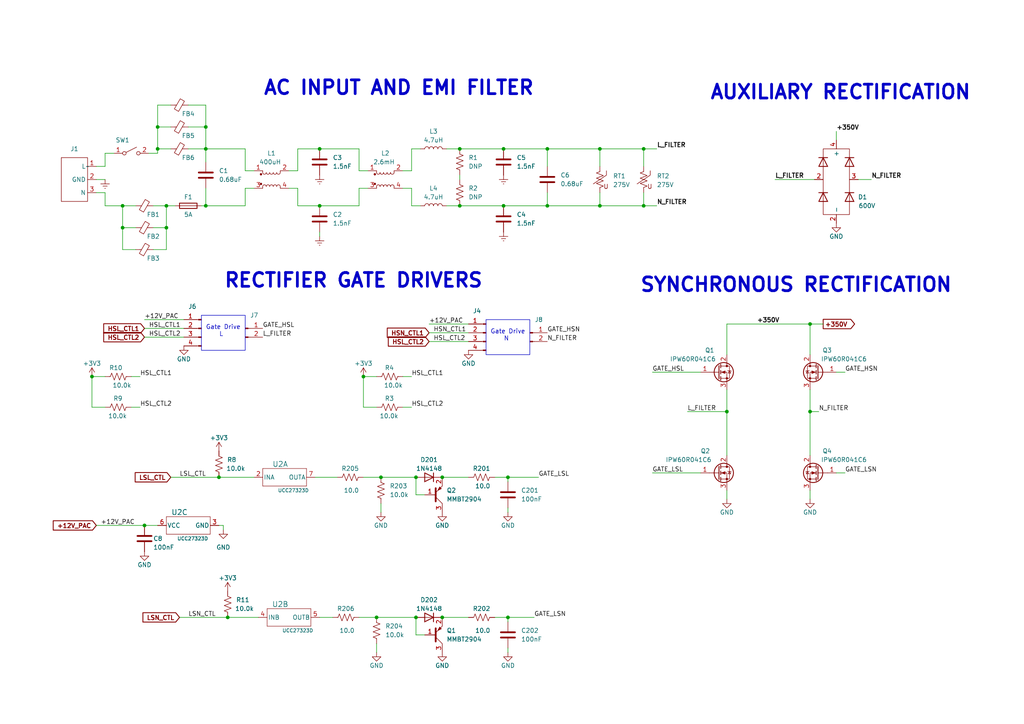
<source format=kicad_sch>
(kicad_sch (version 20230121) (generator eeschema)
  (paper "A4")
  (title_block (title "Full Bridge SMPS") (date "2023-12-03"))
  (lib_symbols
    (symbol "Connector:Conn_01x02_Male" (pin_names (offset 1.016) hide)
      (property "Reference" "J" (at 0 2.54 0))
      (property "Value" "Conn_01x02_Male" (at 0 -5.08 0))
      (symbol "Conn_01x02_Male_1_1"
        (polyline (pts (xy 1.27 -2.54) (xy 0.8636 -2.54)) (stroke (width 0.1524)))
        (polyline (pts (xy 1.27 0) (xy 0.8636 0)) (stroke (width 0.1524)))
        (rectangle (start 0.8636 -2.413) (end 0 -2.667) (stroke (width 0.1524)) (fill (type outline)))
        (rectangle (start 0.8636 0.127) (end 0 -0.127) (stroke (width 0.1524)) (fill (type outline)))
        (pin passive line (at 5.08 0 180) (length 3.81) (name "Pin_1") (number "1"))
        (pin passive line (at 5.08 -2.54 180) (length 3.81) (name "Pin_2") (number "2"))
      )
    )
    (symbol "Connector:Conn_01x04_Male" (pin_names (offset 1.016) hide)
      (property "Reference" "J" (at 0 5.08 0))
      (property "Value" "Conn_01x04_Male" (at 0 -7.62 0))
      (symbol "Conn_01x04_Male_1_1"
        (polyline (pts (xy 1.27 -5.08) (xy 0.8636 -5.08)) (stroke (width 0.1524)))
        (polyline (pts (xy 1.27 -2.54) (xy 0.8636 -2.54)) (stroke (width 0.1524)))
        (polyline (pts (xy 1.27 0) (xy 0.8636 0)) (stroke (width 0.1524)))
        (polyline (pts (xy 1.27 2.54) (xy 0.8636 2.54)) (stroke (width 0.1524)))
        (rectangle (start 0.8636 -4.953) (end 0 -5.207) (stroke (width 0.1524)) (fill (type outline)))
        (rectangle (start 0.8636 -2.413) (end 0 -2.667) (stroke (width 0.1524)) (fill (type outline)))
        (rectangle (start 0.8636 0.127) (end 0 -0.127) (stroke (width 0.1524)) (fill (type outline)))
        (rectangle (start 0.8636 2.667) (end 0 2.413) (stroke (width 0.1524)) (fill (type outline)))
        (pin passive line (at 5.08 2.54 180) (length 3.81) (name "Pin_1") (number "1"))
        (pin passive line (at 5.08 0 180) (length 3.81) (name "Pin_2") (number "2"))
        (pin passive line (at 5.08 -2.54 180) (length 3.81) (name "Pin_3") (number "3"))
        (pin passive line (at 5.08 -5.08 180) (length 3.81) (name "Pin_4") (number "4"))
      )
    )
    (symbol "Device:C" (pin_numbers hide) (pin_names (offset 0.254))
      (property "Reference" "C" (at 0.635 2.54 0))
      (property "Value" "C" (at 0.635 -2.54 0))
      (symbol "C_0_1"
        (polyline (pts (xy -2.032 -0.762) (xy 2.032 -0.762)) (stroke (width 0.508)))
        (polyline (pts (xy -2.032 0.762) (xy 2.032 0.762)) (stroke (width 0.508)))
      )
      (symbol "C_1_1"
        (pin passive line (at 0 3.81 270) (length 2.794) (name "~") (number "1"))
        (pin passive line (at 0 -3.81 90) (length 2.794) (name "~") (number "2"))
      )
    )
    (symbol "Device:D" (pin_numbers hide) (pin_names (offset 1.016) hide)
      (property "Reference" "D" (at 0 2.54 0))
      (property "Value" "D" (at 0 -2.54 0))
      (symbol "D_0_1"
        (polyline (pts (xy -1.27 1.27) (xy -1.27 -1.27)) (stroke (width 0.254)))
        (polyline (pts (xy 1.27 0) (xy -1.27 0)))
        (polyline (pts (xy 1.27 1.27) (xy 1.27 -1.27) (xy -1.27 0) (xy 1.27 1.27)) (stroke (width 0.254)))
      )
      (symbol "D_1_1"
        (pin passive line (at -3.81 0 0) (length 2.54) (name "K") (number "1"))
        (pin passive line (at 3.81 0 180) (length 2.54) (name "A") (number "2"))
      )
    )
    (symbol "Device:FerriteBead_Small" (pin_numbers hide) (pin_names (offset 0))
      (property "Reference" "FB" (at 1.905 1.27 0))
      (property "Value" "FerriteBead_Small" (at 1.905 -1.27 0))
      (symbol "FerriteBead_Small_0_1"
        (polyline (pts (xy 0 -1.27) (xy 0 -0.7874)))
        (polyline (pts (xy 0 0.889) (xy 0 1.2954)))
        (polyline (pts (xy -1.8288 0.2794) (xy -1.1176 1.4986) (xy 1.8288 -0.2032) (xy 1.1176 -1.4224) (xy -1.8288 0.2794)))
      )
      (symbol "FerriteBead_Small_1_1"
        (pin passive line (at 0 2.54 270) (length 1.27) (name "~") (number "1"))
        (pin passive line (at 0 -2.54 90) (length 1.27) (name "~") (number "2"))
      )
    )
    (symbol "Device:Fuse" (pin_numbers hide) (pin_names (offset 0))
      (property "Reference" "F" (at 2.032 0 90))
      (property "Value" "Fuse" (at -1.905 0 90))
      (symbol "Fuse_0_1"
        (rectangle (start -0.762 -2.54) (end 0.762 2.54) (stroke (width 0.254)))
        (polyline (pts (xy 0 2.54) (xy 0 -2.54)))
      )
      (symbol "Fuse_1_1"
        (pin passive line (at 0 3.81 270) (length 1.27) (name "~") (number "1"))
        (pin passive line (at 0 -3.81 90) (length 1.27) (name "~") (number "2"))
      )
    )
    (symbol "Device:L" (pin_numbers hide) (pin_names (offset 1.016) hide)
      (property "Reference" "L" (at -1.27 0 90))
      (property "Value" "L" (at 1.905 0 90))
      (symbol "L_0_1"
        (arc (start 0 -2.54) (mid 0.6323 -1.905) (end 0 -1.27))
        (arc (start 0 -1.27) (mid 0.6323 -0.635) (end 0 0))
        (arc (start 0 0) (mid 0.6323 0.635) (end 0 1.27))
        (arc (start 0 1.27) (mid 0.6323 1.905) (end 0 2.54))
      )
      (symbol "L_1_1"
        (pin passive line (at 0 3.81 270) (length 1.27) (name "1") (number "1"))
        (pin passive line (at 0 -3.81 90) (length 1.27) (name "2") (number "2"))
      )
    )
    (symbol "Device:L_Coupled" (pin_names (offset 0.254) hide)
      (property "Reference" "L" (at 0 4.445 0))
      (property "Value" "L_Coupled" (at 0 -4.445 0))
      (symbol "L_Coupled_0_1"
        (circle (center -3.048 -1.27) (radius 0.254) (fill (type outline)))
        (circle (center -3.048 1.524) (radius 0.254) (fill (type outline)))
        (arc (start -2.54 2.032) (mid -2.032 1.5262) (end -1.524 2.032))
        (arc (start -1.524 -2.032) (mid -2.032 -1.5262) (end -2.54 -2.032))
        (arc (start -1.524 2.032) (mid -1.016 1.5262) (end -0.508 2.032))
        (arc (start -0.508 -2.032) (mid -1.016 -1.5262) (end -1.524 -2.032))
        (arc (start -0.508 2.032) (mid 0 1.5262) (end 0.508 2.032))
        (polyline (pts (xy -2.54 -2.032) (xy -2.54 -2.54)))
        (polyline (pts (xy -2.54 2.032) (xy -2.54 2.54)))
        (polyline (pts (xy 2.54 -2.032) (xy 2.54 -2.54)))
        (polyline (pts (xy 2.54 2.54) (xy 2.54 2.032)))
        (arc (start 0.508 -2.032) (mid 0 -1.5262) (end -0.508 -2.032))
        (arc (start 0.508 2.032) (mid 1.016 1.5262) (end 1.524 2.032))
        (arc (start 1.524 -2.032) (mid 1.016 -1.5262) (end 0.508 -2.032))
        (arc (start 1.524 2.032) (mid 2.032 1.5262) (end 2.54 2.032))
        (arc (start 2.54 -2.032) (mid 2.032 -1.5262) (end 1.524 -2.032))
      )
      (symbol "L_Coupled_1_1"
        (pin passive line (at -5.08 2.54 0) (length 2.54) (name "1") (number "1"))
        (pin passive line (at 5.08 2.54 180) (length 2.54) (name "2") (number "2"))
        (pin passive line (at -5.08 -2.54 0) (length 2.54) (name "3") (number "3"))
        (pin passive line (at 5.08 -2.54 180) (length 2.54) (name "4") (number "4"))
      )
    )
    (symbol "Device:R_US" (pin_numbers hide) (pin_names (offset 0))
      (property "Reference" "R" (at 2.54 0 90))
      (property "Value" "R_US" (at -2.54 0 90))
      (symbol "R_US_0_1"
        (polyline (pts (xy 0 -2.286) (xy 0 -2.54)))
        (polyline (pts (xy 0 2.286) (xy 0 2.54)))
        (polyline (pts (xy 0 -0.762) (xy 1.016 -1.143) (xy 0 -1.524) (xy -1.016 -1.905) (xy 0 -2.286)))
        (polyline (pts (xy 0 0.762) (xy 1.016 0.381) (xy 0 0) (xy -1.016 -0.381) (xy 0 -0.762)))
        (polyline (pts (xy 0 2.286) (xy 1.016 1.905) (xy 0 1.524) (xy -1.016 1.143) (xy 0 0.762)))
      )
      (symbol "R_US_1_1"
        (pin passive line (at 0 3.81 270) (length 1.27) (name "~") (number "1"))
        (pin passive line (at 0 -3.81 90) (length 1.27) (name "~") (number "2"))
      )
    )
    (symbol "Device:Varistor_US" (pin_numbers hide) (pin_names (offset 0))
      (property "Reference" "RV" (at 3.175 0 90))
      (property "Value" "Varistor_US" (at -3.175 0 90))
      (symbol "Varistor_US_0_0"
        (text "U" (at -1.778 -2.032 0) (effects (font (size 1.27 1.27))))
      )
      (symbol "Varistor_US_0_1"
        (polyline (pts (xy 0 -2.286) (xy 0 -2.54)))
        (polyline (pts (xy 0 2.286) (xy 0 2.54)))
        (polyline (pts (xy -1.905 2.54) (xy -1.905 1.27) (xy 1.905 -1.27)))
        (polyline (pts (xy 0 -0.762) (xy 1.016 -1.143) (xy 0 -1.524) (xy -1.016 -1.905) (xy 0 -2.286)))
        (polyline (pts (xy 0 0.762) (xy 1.016 0.381) (xy 0 0) (xy -1.016 -0.381) (xy 0 -0.762)))
        (polyline (pts (xy 0 2.286) (xy 1.016 1.905) (xy 0 1.524) (xy -1.016 1.143) (xy 0 0.762)))
      )
      (symbol "Varistor_US_1_1"
        (pin passive line (at 0 3.81 270) (length 1.27) (name "~") (number "1"))
        (pin passive line (at 0 -3.81 90) (length 1.27) (name "~") (number "2"))
      )
    )
    (symbol "Switch:SW_SPST" (pin_names (offset 0) hide)
      (property "Reference" "SW" (at 0 3.175 0))
      (property "Value" "SW_SPST" (at 0 -2.54 0))
      (symbol "SW_SPST_0_0"
        (circle (center -2.032 0) (radius 0.508))
        (polyline (pts (xy -1.524 0.254) (xy 1.524 1.778)))
        (circle (center 2.032 0) (radius 0.508))
      )
      (symbol "SW_SPST_1_1"
        (pin passive line (at -5.08 0 0) (length 2.54) (name "A") (number "1"))
        (pin passive line (at 5.08 0 180) (length 2.54) (name "B") (number "2"))
      )
    )
    (symbol "UCC27323D_1" (pin_names (offset 0.254))
      (property "Reference" "U" (at 5.08 1.27 0))
      (property "Value" "UCC27323D" (at 11.43 -6.35 0))
      (symbol "UCC27323D_1_0_1"
        (polyline (pts (xy 2.54 -5.08) (xy 15.24 -5.08)) (stroke (width 0.127)))
        (polyline (pts (xy 2.54 0) (xy 2.54 -5.08)) (stroke (width 0.127)))
        (polyline (pts (xy 15.24 -5.08) (xy 15.24 0)) (stroke (width 0.127)))
        (polyline (pts (xy 15.24 0) (xy 2.54 0)) (stroke (width 0.127)))
      )
      (symbol "UCC27323D_1_1_1"
        (pin input line (at 0 -2.54 0) (length 2.54) (name "INB") (number "2"))
        (pin output line (at 17.78 -2.54 180) (length 2.54) (name "OUTB") (number "7"))
      )
      (symbol "UCC27323D_1_2_1"
        (pin input line (at 0 -2.54 0) (length 2.54) (name "INB") (number "4"))
        (pin output line (at 17.78 -2.54 180) (length 2.54) (name "OUTB") (number "5"))
      )
      (symbol "UCC27323D_1_3_1"
        (pin power_in line (at 17.78 -2.54 180) (length 2.54) (name "GND") (number "3"))
        (pin power_in line (at 0 -2.54 0) (length 2.54) (name "VCC") (number "6"))
      )
    )
    (symbol "fb_smps_symbols:703W-00/54_"
      (property "Reference" "J" (at 1.27 3.81 0))
      (symbol "703W-00/54__0_1"
        (rectangle (start 0 2.54) (end 7.62 -10.16))
      )
      (symbol "703W-00/54__1_1"
        (pin power_out line (at -2.54 0 0) (length 2.54) (name "L") (number "1"))
        (pin power_out line (at -2.54 -3.81 0) (length 2.54) (name "GND") (number "2"))
        (pin power_out line (at -2.54 -7.62 0) (length 2.54) (name "N") (number "3"))
      )
    )
    (symbol "fb_smps_symbols:GBU8J"
      (property "Reference" "D" (at 7.62 -5.08 0))
      (symbol "GBU8J_0_1"
        (polyline (pts (xy -3.81 -6.35) (xy -3.81 -3.81)))
        (polyline (pts (xy -3.81 -3.81) (xy -3.81 3.81)))
        (polyline (pts (xy -3.81 3.81) (xy -3.81 6.35)))
        (polyline (pts (xy -2.54 -3.81) (xy -5.08 -3.81)) (stroke (width 0.254)))
        (polyline (pts (xy -2.54 6.35) (xy -5.08 6.35)) (stroke (width 0.254)))
        (polyline (pts (xy 3.81 -6.35) (xy 3.81 -3.81)))
        (polyline (pts (xy 3.81 -3.81) (xy 3.81 3.81)))
        (polyline (pts (xy 3.81 3.81) (xy 3.81 6.35)))
        (polyline (pts (xy 5.08 -3.81) (xy 2.54 -3.81)) (stroke (width 0.254)))
        (polyline (pts (xy 5.08 6.35) (xy 2.54 6.35)) (stroke (width 0.254)))
        (polyline (pts (xy -3.81 -6.35) (xy -3.81 -10.16) (xy 3.81 -10.16) (xy 3.81 -6.35)))
        (polyline (pts (xy -2.54 -6.35) (xy -5.08 -6.35) (xy -3.81 -3.81) (xy -2.54 -6.35)) (stroke (width 0.254)))
        (polyline (pts (xy -2.54 3.81) (xy -5.08 3.81) (xy -3.81 6.35) (xy -2.54 3.81)) (stroke (width 0.254)))
        (polyline (pts (xy 3.81 6.35) (xy 3.81 8.89) (xy -3.81 8.89) (xy -3.81 6.35)))
        (polyline (pts (xy 5.08 -6.35) (xy 2.54 -6.35) (xy 3.81 -3.81) (xy 5.08 -6.35)) (stroke (width 0.254)))
        (polyline (pts (xy 5.08 3.81) (xy 2.54 3.81) (xy 3.81 6.35) (xy 5.08 3.81)) (stroke (width 0.254)))
      )
      (symbol "GBU8J_1_1"
        (pin passive line (at 0 -12.7 90) (length 2.54) (name "-") (number "2"))
        (pin passive line (at -6.35 0 0) (length 2.54) (name "~") (number "2"))
        (pin passive line (at 6.35 0 180) (length 2.54) (name "~") (number "3"))
        (pin passive line (at 0 11.43 270) (length 2.54) (name "+") (number "4"))
      )
    )
    (symbol "fb_smps_symbols:IPW60R041C6" (pin_names hide)
      (property "Reference" "Q" (at 5.08 1.905 0))
      (property "Value" "IPW60R041C6" (at 5.08 0 0))
      (symbol "IPW60R041C6_0_1"
        (polyline (pts (xy 0.254 0) (xy -2.54 0)))
        (polyline (pts (xy 0.254 1.905) (xy 0.254 -1.905)) (stroke (width 0.254)))
        (polyline (pts (xy 0.762 -1.27) (xy 0.762 -2.286)) (stroke (width 0.254)))
        (polyline (pts (xy 0.762 0.508) (xy 0.762 -0.508)) (stroke (width 0.254)))
        (polyline (pts (xy 0.762 2.286) (xy 0.762 1.27)) (stroke (width 0.254)))
        (polyline (pts (xy 2.54 2.54) (xy 2.54 1.778)))
        (polyline (pts (xy 2.54 -2.54) (xy 2.54 0) (xy 0.762 0)))
        (polyline (pts (xy 0.762 -1.778) (xy 3.302 -1.778) (xy 3.302 1.778) (xy 0.762 1.778)))
        (polyline (pts (xy 1.016 0) (xy 2.032 0.381) (xy 2.032 -0.381) (xy 1.016 0)) (fill (type outline)))
        (polyline (pts (xy 2.794 0.508) (xy 2.921 0.381) (xy 3.683 0.381) (xy 3.81 0.254)))
        (polyline (pts (xy 3.302 0.381) (xy 2.921 -0.254) (xy 3.683 -0.254) (xy 3.302 0.381)))
        (circle (center 1.651 0) (radius 2.794) (stroke (width 0.254)))
        (circle (center 2.54 -1.778) (radius 0.254) (fill (type outline)))
        (circle (center 2.54 1.778) (radius 0.254) (fill (type outline)))
      )
      (symbol "IPW60R041C6_1_1"
        (pin input line (at -5.08 0 0) (length 2.54) (name "G") (number "1"))
        (pin passive line (at 2.54 5.08 270) (length 2.54) (name "D") (number "2"))
        (pin passive line (at 2.54 -5.08 90) (length 2.54) (name "S") (number "3"))
      )
    )
    (symbol "fb_smps_symbols:MMBT2904" (pin_names (offset 0) hide)
      (property "Reference" "Q" (at 5.08 1.905 0))
      (property "Value" "MMBT2904" (at 5.08 0 0))
      (symbol "MMBT2904_0_1"
        (polyline (pts (xy 0.635 0.635) (xy 2.54 2.54)))
        (polyline (pts (xy 0.635 -0.635) (xy 2.54 -2.54) (xy 2.54 -2.54)))
        (polyline (pts (xy 0.635 1.905) (xy 0.635 -1.905) (xy 0.635 -1.905)) (stroke (width 0.508)))
        (polyline (pts (xy 2.286 -1.778) (xy 1.778 -2.286) (xy 1.27 -1.27) (xy 2.286 -1.778) (xy 2.286 -1.778)) (fill (type outline)))
      )
      (symbol "MMBT2904_1_1"
        (pin input line (at -2.54 0 0) (length 3) (name "B") (number "1"))
        (pin passive line (at 2.54 -5.08 90) (length 2.54) (name "E") (number "2"))
        (pin passive line (at 2.54 5.08 270) (length 2.54) (name "C") (number "3"))
      )
    )
    (symbol "fb_smps_symbols:UCC27323D" (pin_names (offset 0.254))
      (property "Reference" "U" (at 5.08 1.27 0))
      (property "Value" "UCC27323D" (at 11.43 -6.35 0))
      (symbol "UCC27323D_0_1"
        (polyline (pts (xy 2.54 -5.08) (xy 15.24 -5.08)) (stroke (width 0.127)))
        (polyline (pts (xy 2.54 0) (xy 2.54 -5.08)) (stroke (width 0.127)))
        (polyline (pts (xy 15.24 -5.08) (xy 15.24 0)) (stroke (width 0.127)))
        (polyline (pts (xy 15.24 0) (xy 2.54 0)) (stroke (width 0.127)))
      )
      (symbol "UCC27323D_1_1"
        (pin input line (at 0 -2.54 0) (length 2.54) (name "INA") (number "2"))
        (pin output line (at 17.78 -2.54 180) (length 2.54) (name "OUTA") (number "7"))
      )
      (symbol "UCC27323D_2_1"
        (pin input line (at 0 -2.54 0) (length 2.54) (name "INA") (number "4"))
        (pin output line (at 17.78 -2.54 180) (length 2.54) (name "OUTA") (number "5"))
      )
      (symbol "UCC27323D_3_1"
        (pin power_in line (at 17.78 -2.54 180) (length 2.54) (name "GND") (number "3"))
        (pin power_in line (at 0 -2.54 0) (length 2.54) (name "VCC") (number "6"))
      )
    )
    (symbol "power:+3.3V" (power) (pin_names (offset 0))
      (property "Value" "+3.3V" (at 0 3.556 0))
      (symbol "+3.3V_0_1"
        (polyline (pts (xy -0.762 1.27) (xy 0 2.54)))
        (polyline (pts (xy 0 0) (xy 0 2.54)))
        (polyline (pts (xy 0 2.54) (xy 0.762 1.27)))
      )
      (symbol "+3.3V_1_1"
        (pin power_in line (at 0 0 90) (length 0) hide (name "+3V3") (number "1"))
      )
    )
    (symbol "power:Earth" (power) (pin_names (offset 0))
      (symbol "Earth_0_1"
        (polyline (pts (xy -0.635 -1.905) (xy 0.635 -1.905)))
        (polyline (pts (xy -0.127 -2.54) (xy 0.127 -2.54)))
        (polyline (pts (xy 0 -1.27) (xy 0 0)))
        (polyline (pts (xy 1.27 -1.27) (xy -1.27 -1.27)))
      )
      (symbol "Earth_1_1"
        (pin power_in line (at 0 0 270) (length 0) hide (name "Earth") (number "1"))
      )
    )
    (symbol "power:GND" (power) (pin_names (offset 0))
      (property "Value" "GND" (at 0 -3.81 0))
      (symbol "GND_0_1"
        (polyline (pts (xy 0 0) (xy 0 -1.27) (xy 1.27 -1.27) (xy 0 -2.54) (xy -1.27 -1.27) (xy 0 -1.27)))
      )
      (symbol "GND_1_1"
        (pin power_in line (at 0 0 270) (length 0) hide (name "GND") (number "1"))
      )
    )
  )
  (junction (at 173.99 59.69))
  (junction (at 41.91 152.4))
  (junction (at 158.75 43.18))
  (junction (at 158.75 59.69))
  (junction (at 110.49 138.43))
  (junction (at 128.27 138.43))
  (junction (at 186.69 59.69))
  (junction (at 26.67 109.22))
  (junction (at 147.32 138.43))
  (junction (at 59.69 43.18))
  (junction (at 146.05 43.18))
  (junction (at 92.71 59.69))
  (junction (at 66.04 179.07))
  (junction (at 234.95 93.98))
  (junction (at 59.69 36.83))
  (junction (at 35.56 66.04))
  (junction (at 173.99 43.18))
  (junction (at 109.22 179.07))
  (junction (at 35.56 59.69))
  (junction (at 133.35 59.69))
  (junction (at 48.26 66.04))
  (junction (at 45.72 36.83))
  (junction (at 147.32 179.07))
  (junction (at 48.26 59.69))
  (junction (at 128.27 179.07))
  (junction (at 63.5 138.43))
  (junction (at 133.35 43.18))
  (junction (at 120.65 138.43))
  (junction (at 92.71 43.18))
  (junction (at 59.69 59.69))
  (junction (at 234.95 119.38))
  (junction (at 45.72 43.18))
  (junction (at 105.41 109.22))
  (junction (at 210.82 119.38))
  (junction (at 146.05 59.69))
  (junction (at 120.65 179.07))
  (junction (at 186.69 43.18))
  (wire (pts (xy 147.32 179.07) (xy 154.94 179.07)))
  (wire (pts (xy 119.38 59.69) (xy 121.92 59.69)))
  (wire (pts (xy 234.95 93.98) (xy 234.95 102.87)))
  (wire (pts (xy 173.99 59.69) (xy 173.99 55.88)))
  (wire (pts (xy 104.14 49.53) (xy 104.14 43.18)))
  (wire (pts (xy 30.48 59.69) (xy 35.56 59.69)))
  (wire (pts (xy 110.49 146.05) (xy 110.49 148.59)))
  (wire (pts (xy 45.72 36.83) (xy 49.53 36.83)))
  (wire (pts (xy 120.65 143.51) (xy 123.19 143.51)))
  (wire (pts (xy 133.35 43.18) (xy 146.05 43.18)))
  (wire (pts (xy 38.1 109.22) (xy 40.64 109.22)))
  (wire (pts (xy 45.72 30.48) (xy 45.72 36.83)))
  (wire (pts (xy 30.48 55.88) (xy 30.48 59.69)))
  (wire (pts (xy 116.84 54.61) (xy 119.38 54.61)))
  (wire (pts (xy 116.84 118.11) (xy 119.38 118.11)))
  (wire (pts (xy 71.12 59.69) (xy 71.12 54.61)))
  (wire (pts (xy 104.14 179.07) (xy 109.22 179.07)))
  (wire (pts (xy 92.71 43.18) (xy 104.14 43.18)))
  (wire (pts (xy 27.94 48.26) (xy 30.48 48.26)))
  (wire (pts (xy 71.12 54.61) (xy 73.66 54.61)))
  (wire (pts (xy 106.68 49.53) (xy 104.14 49.53)))
  (wire (pts (xy 120.65 184.15) (xy 120.65 179.07)))
  (wire (pts (xy 109.22 179.07) (xy 120.65 179.07)))
  (wire (pts (xy 41.91 152.4) (xy 45.72 152.4)))
  (wire (pts (xy 119.38 43.18) (xy 121.92 43.18)))
  (wire (pts (xy 66.04 179.07) (xy 74.93 179.07)))
  (wire (pts (xy 133.35 50.8) (xy 133.35 52.07)))
  (wire (pts (xy 71.12 43.18) (xy 59.69 43.18)))
  (wire (pts (xy 39.37 59.69) (xy 35.56 59.69)))
  (wire (pts (xy 86.36 49.53) (xy 86.36 43.18)))
  (wire (pts (xy 110.49 138.43) (xy 120.65 138.43)))
  (wire (pts (xy 92.71 67.31) (xy 92.71 68.58)))
  (wire (pts (xy 242.57 137.16) (xy 245.11 137.16)))
  (wire (pts (xy 104.14 54.61) (xy 106.68 54.61)))
  (wire (pts (xy 38.1 118.11) (xy 40.64 118.11)))
  (wire (pts (xy 73.66 49.53) (xy 71.12 49.53)))
  (wire (pts (xy 129.54 43.18) (xy 133.35 43.18)))
  (wire (pts (xy 52.07 179.07) (xy 66.04 179.07)))
  (wire (pts (xy 49.53 138.43) (xy 63.5 138.43)))
  (wire (pts (xy 86.36 43.18) (xy 92.71 43.18)))
  (wire (pts (xy 104.14 59.69) (xy 104.14 54.61)))
  (wire (pts (xy 48.26 72.39) (xy 48.26 66.04)))
  (wire (pts (xy 234.95 93.98) (xy 238.76 93.98)))
  (wire (pts (xy 58.42 59.69) (xy 59.69 59.69)))
  (wire (pts (xy 124.46 99.06) (xy 135.89 99.06)))
  (wire (pts (xy 43.18 44.45) (xy 45.72 44.45)))
  (wire (pts (xy 92.71 59.69) (xy 104.14 59.69)))
  (wire (pts (xy 41.91 95.25) (xy 53.34 95.25)))
  (wire (pts (xy 158.75 59.69) (xy 146.05 59.69)))
  (wire (pts (xy 147.32 148.59) (xy 147.32 147.32)))
  (wire (pts (xy 41.91 92.71) (xy 53.34 92.71)))
  (wire (pts (xy 147.32 138.43) (xy 156.21 138.43)))
  (wire (pts (xy 234.95 119.38) (xy 237.49 119.38)))
  (wire (pts (xy 54.61 30.48) (xy 59.69 30.48)))
  (wire (pts (xy 116.84 109.22) (xy 119.38 109.22)))
  (wire (pts (xy 35.56 66.04) (xy 39.37 66.04)))
  (wire (pts (xy 109.22 186.69) (xy 109.22 189.23)))
  (wire (pts (xy 48.26 59.69) (xy 48.26 66.04)))
  (wire (pts (xy 186.69 48.26) (xy 186.69 43.18)))
  (wire (pts (xy 158.75 55.88) (xy 158.75 59.69)))
  (wire (pts (xy 41.91 97.79) (xy 53.34 97.79)))
  (wire (pts (xy 224.79 52.07) (xy 236.22 52.07)))
  (wire (pts (xy 30.48 48.26) (xy 30.48 44.45)))
  (wire (pts (xy 27.94 52.07) (xy 30.48 52.07)))
  (wire (pts (xy 210.82 102.87) (xy 210.82 93.98)))
  (wire (pts (xy 120.65 143.51) (xy 120.65 138.43)))
  (wire (pts (xy 173.99 59.69) (xy 186.69 59.69)))
  (wire (pts (xy 44.45 72.39) (xy 48.26 72.39)))
  (wire (pts (xy 120.65 184.15) (xy 123.19 184.15)))
  (wire (pts (xy 109.22 118.11) (xy 105.41 118.11)))
  (wire (pts (xy 54.61 43.18) (xy 59.69 43.18)))
  (wire (pts (xy 210.82 119.38) (xy 210.82 132.08)))
  (wire (pts (xy 59.69 36.83) (xy 59.69 43.18)))
  (wire (pts (xy 91.44 138.43) (xy 97.79 138.43)))
  (wire (pts (xy 105.41 109.22) (xy 109.22 109.22)))
  (wire (pts (xy 234.95 142.24) (xy 234.95 144.78)))
  (wire (pts (xy 92.71 179.07) (xy 96.52 179.07)))
  (wire (pts (xy 59.69 59.69) (xy 71.12 59.69)))
  (wire (pts (xy 242.57 107.95) (xy 245.11 107.95)))
  (wire (pts (xy 105.41 138.43) (xy 110.49 138.43)))
  (wire (pts (xy 63.5 138.43) (xy 73.66 138.43)))
  (wire (pts (xy 30.48 44.45) (xy 33.02 44.45)))
  (wire (pts (xy 27.94 152.4) (xy 41.91 152.4)))
  (wire (pts (xy 26.67 118.11) (xy 26.67 109.22)))
  (wire (pts (xy 124.46 93.98) (xy 135.89 93.98)))
  (wire (pts (xy 35.56 59.69) (xy 35.56 66.04)))
  (wire (pts (xy 186.69 43.18) (xy 190.5 43.18)))
  (wire (pts (xy 105.41 118.11) (xy 105.41 109.22)))
  (wire (pts (xy 44.45 59.69) (xy 48.26 59.69)))
  (wire (pts (xy 173.99 43.18) (xy 158.75 43.18)))
  (wire (pts (xy 173.99 43.18) (xy 186.69 43.18)))
  (wire (pts (xy 45.72 36.83) (xy 45.72 43.18)))
  (wire (pts (xy 146.05 43.18) (xy 158.75 43.18)))
  (wire (pts (xy 86.36 59.69) (xy 86.36 54.61)))
  (wire (pts (xy 30.48 118.11) (xy 26.67 118.11)))
  (wire (pts (xy 63.5 152.4) (xy 64.77 152.4)))
  (wire (pts (xy 35.56 72.39) (xy 35.56 66.04)))
  (wire (pts (xy 210.82 93.98) (xy 234.95 93.98)))
  (wire (pts (xy 49.53 30.48) (xy 45.72 30.48)))
  (wire (pts (xy 83.82 54.61) (xy 86.36 54.61)))
  (wire (pts (xy 59.69 43.18) (xy 59.69 46.99)))
  (wire (pts (xy 64.77 153.67) (xy 64.77 152.4)))
  (wire (pts (xy 86.36 59.69) (xy 92.71 59.69)))
  (wire (pts (xy 158.75 43.18) (xy 158.75 48.26)))
  (wire (pts (xy 54.61 36.83) (xy 59.69 36.83)))
  (wire (pts (xy 45.72 43.18) (xy 49.53 43.18)))
  (wire (pts (xy 133.35 59.69) (xy 146.05 59.69)))
  (wire (pts (xy 147.32 179.07) (xy 147.32 180.34)))
  (wire (pts (xy 83.82 49.53) (xy 86.36 49.53)))
  (wire (pts (xy 45.72 43.18) (xy 45.72 44.45)))
  (wire (pts (xy 119.38 54.61) (xy 119.38 59.69)))
  (wire (pts (xy 186.69 59.69) (xy 186.69 55.88)))
  (wire (pts (xy 129.54 59.69) (xy 133.35 59.69)))
  (wire (pts (xy 242.57 38.1) (xy 242.57 40.64)))
  (wire (pts (xy 128.27 179.07) (xy 135.89 179.07)))
  (wire (pts (xy 189.23 137.16) (xy 203.2 137.16)))
  (wire (pts (xy 27.94 55.88) (xy 30.48 55.88)))
  (wire (pts (xy 234.95 113.03) (xy 234.95 119.38)))
  (wire (pts (xy 186.69 59.69) (xy 190.5 59.69)))
  (wire (pts (xy 128.27 138.43) (xy 135.89 138.43)))
  (wire (pts (xy 124.46 96.52) (xy 135.89 96.52)))
  (wire (pts (xy 234.95 119.38) (xy 234.95 132.08)))
  (wire (pts (xy 158.75 59.69) (xy 173.99 59.69)))
  (wire (pts (xy 147.32 189.23) (xy 147.32 187.96)))
  (wire (pts (xy 39.37 72.39) (xy 35.56 72.39)))
  (wire (pts (xy 189.23 107.95) (xy 203.2 107.95)))
  (wire (pts (xy 59.69 30.48) (xy 59.69 36.83)))
  (wire (pts (xy 59.69 54.61) (xy 59.69 59.69)))
  (wire (pts (xy 143.51 179.07) (xy 147.32 179.07)))
  (wire (pts (xy 26.67 109.22) (xy 30.48 109.22)))
  (wire (pts (xy 44.45 66.04) (xy 48.26 66.04)))
  (wire (pts (xy 210.82 142.24) (xy 210.82 144.78)))
  (wire (pts (xy 147.32 138.43) (xy 147.32 139.7)))
  (wire (pts (xy 116.84 49.53) (xy 119.38 49.53)))
  (wire (pts (xy 143.51 138.43) (xy 147.32 138.43)))
  (wire (pts (xy 199.39 119.38) (xy 210.82 119.38)))
  (wire (pts (xy 210.82 113.03) (xy 210.82 119.38)))
  (wire (pts (xy 173.99 43.18) (xy 173.99 48.26)))
  (wire (pts (xy 71.12 49.53) (xy 71.12 43.18)))
  (wire (pts (xy 48.26 59.69) (xy 50.8 59.69)))
  (wire (pts (xy 248.92 52.07) (xy 252.73 52.07)))
  (wire (pts (xy 119.38 49.53) (xy 119.38 43.18)))
  (rectangle (start 140.97 92.71) (end 153.67 102.87))
  (rectangle (start 58.42 91.44) (end 71.12 101.6))
  (text "RECTIFIER GATE DRIVERS" (at 64.77 83.82 0) (effects (font (size 4 4) (thickness 0.8) bold) (justify left bottom)))
  (text "Gate Drive\n    N" (at 142.24 99.06 0) (effects (font (size 1.27 1.27)) (justify left bottom)))
  (text "SYNCHRONOUS RECTIFICATION" (at 185.42 85.09 0) (effects (font (size 4 4) (thickness 0.8) bold) (justify left bottom)))
  (text "AUXILIARY RECTIFICATION\n" (at 205.74 29.21 0) (effects (font (size 4 4) (thickness 0.8) bold) (justify left bottom)))
  (text "AC INPUT AND EMI FILTER" (at 76.2 27.94 0) (effects (font (size 4 4) (thickness 0.8) bold) (justify left bottom)))
  (text "Gate Drive\n    L" (at 59.69 97.79 0) (effects (font (size 1.27 1.27)) (justify left bottom)))
  (label "+350V" (at 242.57 38.1 0) (effects (font bold)))
  (label "N_FILTER" (at 158.75 99.06 0))
  (label "HSN_CTL1" (at 125.73 96.52 0))
  (label "GATE_LSN" (at 245.11 137.16 0))
  (label "GATE_HSN" (at 158.75 96.52 0))
  (label "HSL_CTL1" (at 119.38 109.22 0))
  (label "L_FILTER" (at 190.5 43.18 0) (effects (font bold)))
  (label "HSL_CTL2" (at 40.64 118.11 0))
  (label "L_FILTER" (at 76.2 97.79 0))
  (label "GATE_HSL" (at 76.2 95.25 0))
  (label "HSL_CTL2" (at 43.18 97.79 0))
  (label "LSL_CTL" (at 52.07 138.43 0))
  (label "+350V" (at 219.5132 93.98 0) (effects (font bold)))
  (label "N_FILTER" (at 190.5 59.69 0) (effects (font bold)))
  (label "GATE_LSL" (at 189.23 137.16 0))
  (label "+12V_PAC" (at 124.46 93.98 0))
  (label "N_FILTER" (at 237.49 119.38 0))
  (label "+12V_PAC" (at 41.91 92.71 0))
  (label "GATE_LSL" (at 156.21 138.43 0))
  (label "HSL_CTL2" (at 125.73 99.06 0))
  (label "HSL_CTL2" (at 119.38 118.11 0))
  (label "GATE_HSL" (at 189.23 107.95 0))
  (label "HSL_CTL1" (at 40.64 109.22 0))
  (label "GATE_HSN" (at 245.11 107.95 0))
  (label "+12V_PAC" (at 29.21 152.4 0))
  (label "L_FILTER" (at 224.79 52.07 0) (effects (font bold)))
  (label "LSN_CTL" (at 54.61 179.07 0))
  (label "L_FILTER" (at 199.39 119.38 0))
  (label "HSL_CTL1" (at 43.18 95.25 0))
  (label "GATE_LSN" (at 154.94 179.07 0))
  (label "N_FILTER" (at 252.73 52.07 0) (effects (font bold)))
  (global_label "LSL_CTL" (shape input) (at 49.53 138.43 180) (effects (font bold)) (property "Intersheetrefs" "${INTERSHEET_REFS}" (effects hide)))
  (global_label "LSN_CTL" (shape input) (at 52.07 179.07 180) (effects (font bold)) (property "Intersheetrefs" "${INTERSHEET_REFS}" (effects hide)))
  (global_label "+350V" (shape output) (at 238.76 93.98 0) (effects (font bold)) (property "Intersheetrefs" "${INTERSHEET_REFS}" (effects hide)))
  (global_label "+12V_PAC" (shape input) (at 27.94 152.4 180) (effects (font bold)) (property "Intersheetrefs" "${INTERSHEET_REFS}" (effects hide)))
  (global_label "HSN_CTL1" (shape input) (at 124.46 96.52 180) (effects (font bold)) (property "Intersheetrefs" "${INTERSHEET_REFS}" (effects hide)))
  (global_label "HSL_CTL2" (shape input) (at 41.91 97.79 180) (effects (font bold)) (property "Intersheetrefs" "${INTERSHEET_REFS}" (effects hide)))
  (global_label "HSL_CTL2" (shape input) (at 124.46 99.06 180) (effects (font bold)) (property "Intersheetrefs" "${INTERSHEET_REFS}" (effects hide)))
  (global_label "HSL_CTL1" (shape input) (at 41.91 95.25 180) (effects (font bold)) (property "Intersheetrefs" "${INTERSHEET_REFS}" (effects hide)))
  (symbol (lib_id "power:GND") (at 53.34 100.33 0) (unit 1)
    (property "Reference" "#PWR08" (effects hide))
    (property "Value" "GND" (at 53.34 104.14 0))
    (instances (project "full_bridge_smps" (path "" (reference "#PWR08") (unit 1)) (path "" (reference "#PWR028") (unit 1))))
  )
  (symbol (lib_id "power:GND") (at 147.32 189.23 0) (unit 1)
    (property "Reference" "#PWR011" (effects hide))
    (property "Value" "GND" (at 147.32 193.04 0))
    (instances (project "full_bridge_smps" (path "" (reference "#PWR011") (unit 1)) (path "" (reference "#PWR021") (unit 1))))
  )
  (symbol (lib_id "Device:C") (at 146.05 46.99 0) (unit 1)
    (property "Reference" "C5" (at 149.86 45.72 0) (effects (justify left)))
    (property "Value" "1.5nF" (at 149.86 48.26 0) (effects (justify left)))
  )
  (symbol (lib_id "power:+3.3V") (at 66.04 171.45 0) (unit 1)
    (property "Reference" "#PWR010" (effects hide))
    (property "Value" "+3.3V" (at 66.04 167.64 0))
    (instances (project "full_bridge_smps" (path "" (reference "#PWR010") (unit 1)) (path "" (reference "#PWR021") (unit 1))))
  )
  (symbol (lib_id "Device:D") (at 124.46 138.43 180) (unit 1)
    (property "Reference" "D201" (at 124.46 133.35 0))
    (property "Value" "1N4148" (at 124.46 135.89 0))
  )
  (symbol (lib_id "Device:L") (at 125.73 59.69 90) (unit 1)
    (property "Reference" "L4" (at 125.73 54.61 90))
    (property "Value" "4.7uH" (at 125.73 57.15 90))
  )
  (symbol (lib_id "power:GND") (at 234.95 144.78 0) (unit 1)
    (property "Reference" "#PWR08" (effects hide))
    (property "Value" "GND" (at 234.95 148.59 0))
    (instances (project "full_bridge_smps" (path "" (reference "#PWR08") (unit 1)) (path "" (reference "#PWR015") (unit 1))))
  )
  (symbol (lib_name "UCC27323D_1") (lib_id "fb_smps_symbols:UCC27323D") (at 74.93 176.53 0) (unit 2)
    (property "Reference" "U2" (at 81.28 175.26 0) (effects (font (size 1.524 1.524))))
    (property "Value" "UCC27323D" (at 86.36 182.88 0) (effects (font (size 1 1))))
    (property "Footprint" "fb_smps_footprints:UCC27323D" (effects hide))
    (property "Datasheet" "UCC27323D" (effects hide))
  )
  (symbol (lib_id "power:Earth") (at 146.05 67.31 0) (unit 1)
    (property "Reference" "#PWR02" (effects hide))
    (property "Value" "Earth" (effects hide))
  )
  (symbol (lib_id "Device:R_US") (at 110.49 142.24 0) (unit 1)
    (property "Reference" "R203" (at 113.03 140.97 0) (effects (justify left)))
    (property "Value" "10.0k" (at 113.03 143.51 0) (effects (justify left)))
  )
  (symbol (lib_id "power:Earth") (at 92.71 68.58 0) (unit 1)
    (property "Reference" "#PWR04" (effects hide))
    (property "Value" "Earth" (effects hide))
  )
  (symbol (lib_id "Device:R_US") (at 63.5 134.62 180) (unit 1)
    (property "Reference" "R8" (at 68.58 133.35 0) (effects (justify left)))
    (property "Value" "10.0k" (at 71.12 135.89 0) (effects (justify left)))
  )
  (symbol (lib_id "Device:L") (at 125.73 43.18 90) (unit 1)
    (property "Reference" "L3" (at 125.73 38.1 90))
    (property "Value" "4.7uH" (at 125.73 40.64 90))
  )
  (symbol (lib_id "power:GND") (at 128.27 189.23 0) (unit 1)
    (property "Reference" "#PWR012" (effects hide))
    (property "Value" "GND" (at 128.27 193.04 0))
  )
  (symbol (lib_id "Device:R_US") (at 109.22 182.88 0) (unit 1)
    (property "Reference" "R204" (at 111.76 181.61 0) (effects (justify left)))
    (property "Value" "10.0k" (at 111.76 184.15 0) (effects (justify left)))
  )
  (symbol (lib_id "power:GND") (at 242.57 64.77 0) (unit 1)
    (property "Reference" "#PWR08" (effects hide))
    (property "Value" "GND" (at 242.57 68.58 0))
    (instances (project "full_bridge_smps" (path "" (reference "#PWR08") (unit 1)) (path "" (reference "#PWR016") (unit 1))))
  )
  (symbol (lib_id "Device:C") (at 92.71 63.5 0) (unit 1)
    (property "Reference" "C2" (at 96.52 62.23 0) (effects (justify left)))
    (property "Value" "1.5nF" (at 96.52 64.77 0) (effects (justify left)))
  )
  (symbol (lib_id "Device:C") (at 92.71 46.99 0) (unit 1)
    (property "Reference" "C3" (at 96.52 45.72 0) (effects (justify left)))
    (property "Value" "1.5nF" (at 96.52 48.26 0) (effects (justify left)))
  )
  (symbol (lib_id "Device:Fuse") (at 54.61 59.69 270) (unit 1)
    (property "Reference" "F1" (at 54.61 57.15 90))
    (property "Value" "Fuse" (effects hide))
    (property "Value" "5A" (at 54.61 62.23 90))
  )
  (symbol (lib_id "Connector:Conn_01x02_Male") (at 153.67 96.52 0) (unit 1)
    (property "Reference" "J8" (at 157.48 92.71 0) (effects (justify right)))
    (property "Value" "Conn_01x02_Male" (effects hide))
  )
  (symbol (lib_id "Device:C") (at 146.05 63.5 0) (unit 1)
    (property "Reference" "C4" (at 149.86 62.23 0) (effects (justify left)))
    (property "Value" "1.5nF" (at 149.86 64.77 0) (effects (justify left)))
  )
  (symbol (lib_id "Device:C") (at 41.91 156.21 0) (unit 1)
    (property "Reference" "C8" (at 44.45 156.21 0) (effects (justify left)))
    (property "Value" "100nF" (at 44.45 158.75 0) (effects (justify left)))
    (instances (project "full_bridge_smps" (path "" (reference "C8") (unit 1)) (path "" (reference "C9") (unit 1))))
  )
  (symbol (lib_id "Device:C") (at 158.75 52.07 0) (unit 1)
    (property "Reference" "C6" (at 162.56 50.8 0) (effects (justify left)))
    (property "Value" "0.68uF" (at 162.56 53.34 0) (effects (justify left)))
  )
  (symbol (lib_id "fb_smps_symbols:MMBT2904") (at 125.73 143.51 0) (mirror x) (unit 1)
    (property "Reference" "Q2" (at 129.54 142.24 0) (effects (justify left)))
    (property "Value" "MMBT2904" (at 129.54 144.78 0) (effects (justify left)))
    (property "Footprint" "fb_smps_footprints:MMBT2907" (effects hide))
    (instances (project "full_bridge_smps" (path "" (reference "Q2") (unit 1)) (path "" (reference "Q201") (unit 1))))
  )
  (symbol (lib_id "Device:FerriteBead_Small") (at 52.07 43.18 90) (unit 1)
    (property "Reference" "FB6" (at 54.61 45.72 90))
    (property "Value" "FerriteBead_Small" (effects hide))
  )
  (symbol (lib_id "Device:FerriteBead_Small") (at 52.07 30.48 90) (unit 1)
    (property "Reference" "FB4" (at 54.61 33.02 90))
    (property "Value" "FerriteBead_Small" (effects hide))
  )
  (symbol (lib_id "Device:R_US") (at 101.6 138.43 90) (unit 1)
    (property "Reference" "R205" (at 104.14 135.89 90) (effects (justify left)))
    (property "Value" "10.0" (at 104.14 142.24 90) (effects (justify left)))
  )
  (symbol (lib_id "Device:C") (at 147.32 143.51 0) (unit 1)
    (property "Reference" "C201" (at 151.13 142.24 0) (effects (justify left)))
    (property "Value" "100nF" (at 151.13 144.78 0) (effects (justify left)))
  )
  (symbol (lib_id "fb_smps_symbols:UCC27323D") (at 73.66 135.89 0) (unit 1)
    (property "Reference" "U2" (at 81.28 134.62 0) (effects (font (size 1.524 1.524))))
    (property "Value" "UCC27323D" (at 85.09 142.24 0) (effects (font (size 1 1))))
    (property "Footprint" "fb_smps_footprints:UCC27323D" (effects hide))
    (property "Datasheet" "UCC27323D" (effects hide))
  )
  (symbol (lib_id "Device:R_US") (at 113.03 109.22 90) (unit 1)
    (property "Reference" "R4" (at 114.3 106.68 90) (effects (justify left)))
    (property "Value" "10.0k" (at 116.84 111.76 90) (effects (justify left)))
    (instances (project "full_bridge_smps" (path "" (reference "R4") (unit 1)) (path "" (reference "R9") (unit 1))))
  )
  (symbol (lib_id "power:GND") (at 110.49 148.59 0) (unit 1)
    (property "Reference" "#PWR08" (effects hide))
    (property "Value" "GND" (at 110.49 152.4 0))
    (instances (project "full_bridge_smps" (path "" (reference "#PWR08") (unit 1)) (path "" (reference "#PWR09") (unit 1))))
  )
  (symbol (lib_id "Device:R_US") (at 133.35 46.99 0) (unit 1)
    (property "Reference" "R1" (at 135.89 45.72 0) (effects (justify left)))
    (property "Value" "DNP" (at 135.89 48.26 0) (effects (justify left)))
  )
  (symbol (lib_id "Device:R_US") (at 66.04 175.26 180) (unit 1)
    (property "Reference" "R11" (at 72.39 173.99 0) (effects (justify left)))
    (property "Value" "10.0k" (at 73.66 176.53 0) (effects (justify left)))
  )
  (symbol (lib_id "fb_smps_symbols:MMBT2904") (at 125.73 184.15 0) (mirror x) (unit 1)
    (property "Reference" "Q1" (at 129.54 182.88 0) (effects (justify left)))
    (property "Value" "MMBT2904" (at 129.54 185.42 0) (effects (justify left)))
    (property "Footprint" "fb_smps_footprints:MMBT2907" (effects hide))
    (instances (project "full_bridge_smps" (path "" (reference "Q1") (unit 1)) (path "" (reference "Q202") (unit 1))))
  )
  (symbol (lib_id "power:Earth") (at 30.48 52.07 0) (unit 1)
    (property "Reference" "#PWR05" (effects hide))
    (property "Value" "Earth" (effects hide))
  )
  (symbol (lib_id "power:GND") (at 135.89 101.6 0) (unit 1)
    (property "Reference" "#PWR08" (effects hide))
    (property "Value" "GND" (at 135.89 105.41 0))
    (instances (project "full_bridge_smps" (path "" (reference "#PWR08") (unit 1)) (path "" (reference "#PWR027") (unit 1))))
  )
  (symbol (lib_id "Device:R_US") (at 113.03 118.11 90) (unit 1)
    (property "Reference" "R3" (at 114.3 115.57 90) (effects (justify left)))
    (property "Value" "10.0k" (at 115.57 120.65 90) (effects (justify left)))
    (instances (project "full_bridge_smps" (path "" (reference "R3") (unit 1)) (path "" (reference "R9") (unit 1))))
  )
  (symbol (lib_id "power:Earth") (at 92.71 50.8 0) (unit 1)
    (property "Reference" "#PWR01" (effects hide))
    (property "Value" "Earth" (effects hide))
  )
  (symbol (lib_id "Connector:Conn_01x04_Male") (at 140.97 96.52 0) (mirror y) (unit 1)
    (property "Reference" "J4" (at 137.16 90.17 0) (effects (justify right)))
    (property "Value" "Conn_01x04_Male" (effects hide))
  )
  (symbol (lib_id "Device:R_US") (at 34.29 109.22 90) (unit 1)
    (property "Reference" "R10" (at 35.56 106.68 90) (effects (justify left)))
    (property "Value" "10.0k" (at 38.1 111.76 90) (effects (justify left)))
    (instances (project "full_bridge_smps" (path "" (reference "R10") (unit 1)) (path "" (reference "R9") (unit 1))))
  )
  (symbol (lib_id "Switch:SW_SPST") (at 38.1 44.45 0) (unit 1)
    (property "Reference" "SW1" (at 35.56 40.64 0))
    (property "Value" "SW_SPST" (effects hide))
  )
  (symbol (lib_id "Device:C") (at 147.32 184.15 0) (unit 1)
    (property "Reference" "C202" (at 151.13 182.88 0) (effects (justify left)))
    (property "Value" "100nF" (at 151.13 185.42 0) (effects (justify left)))
    (instances (project "full_bridge_smps" (path "" (reference "C202") (unit 1)) (path "" (reference "C9") (unit 1))))
  )
  (symbol (lib_id "Device:L_Coupled") (at 111.76 52.07 0) (unit 1)
    (property "Reference" "L2" (at 111.76 44.45 0))
    (property "Value" "2.6mH" (at 111.379 46.99 0))
  )
  (symbol (lib_id "fb_smps_symbols:IPW60R041C6") (at 237.49 107.95 0) (mirror y) (unit 1)
    (property "Reference" "Q3" (at 241.3 101.6 0) (effects (justify left)))
    (property "Value" "IPW60R041C6" (at 251.46 104.14 0) (effects (justify left)))
    (property "Footprint" "fb_smps_footprints:IPW60R041C6" (effects hide))
  )
  (symbol (lib_id "power:GND") (at 64.77 153.67 0) (unit 1)
    (property "Reference" "#PWR022" (effects hide))
    (property "Value" "GND" (at 64.77 158.75 0))
  )
  (symbol (lib_id "power:GND") (at 210.82 144.78 0) (unit 1)
    (property "Reference" "#PWR08" (effects hide))
    (property "Value" "GND" (at 210.82 148.59 0))
    (instances (project "full_bridge_smps" (path "" (reference "#PWR08") (unit 1)) (path "" (reference "#PWR014") (unit 1))))
  )
  (symbol (lib_id "Device:Varistor_US") (at 173.99 52.07 0) (mirror y) (unit 1)
    (property "Reference" "RT1" (at 177.8 51.0568 0) (effects (justify right)))
    (property "Value" "275V" (at 177.8 53.5968 0) (effects (justify right)))
  )
  (symbol (lib_id "Device:R_US") (at 100.33 179.07 90) (unit 1)
    (property "Reference" "R206" (at 102.87 176.53 90) (effects (justify left)))
    (property "Value" "10.0" (at 102.87 182.88 90) (effects (justify left)))
  )
  (symbol (lib_id "Connector:Conn_01x04_Male") (at 58.42 95.25 0) (mirror y) (unit 1)
    (property "Reference" "J6" (at 54.61 88.9 0) (effects (justify right)))
    (property "Value" "Conn_01x04_Male" (effects hide))
  )
  (symbol (lib_id "Device:FerriteBead_Small") (at 41.91 59.69 90) (unit 1)
    (property "Reference" "FB1" (at 44.45 62.23 90))
    (property "Value" "FerriteBead_Small" (effects hide))
  )
  (symbol (lib_id "Connector:Conn_01x02_Male") (at 71.12 95.25 0) (unit 1)
    (property "Reference" "J7" (at 74.93 91.44 0) (effects (justify right)))
    (property "Value" "Conn_01x02_Male" (effects hide))
  )
  (symbol (lib_id "power:Earth") (at 146.05 50.8 0) (unit 1)
    (property "Reference" "#PWR03" (effects hide))
    (property "Value" "Earth" (effects hide))
  )
  (symbol (lib_id "fb_smps_symbols:IPW60R041C6") (at 208.28 137.16 0) (unit 1)
    (property "Reference" "Q2" (at 203.2 130.81 0) (effects (justify left)))
    (property "Value" "IPW60R041C6" (at 193.04 133.35 0) (effects (justify left)))
    (property "Footprint" "fb_smps_footprints:IPW60R041C6" (effects hide))
  )
  (symbol (lib_id "fb_smps_symbols:IPW60R041C6") (at 237.49 137.16 0) (mirror y) (unit 1)
    (property "Reference" "Q4" (at 241.3 130.81 0) (effects (justify left)))
    (property "Value" "IPW60R041C6" (at 251.46 133.35 0) (effects (justify left)))
    (property "Footprint" "fb_smps_footprints:IPW60R041C6" (effects hide))
  )
  (symbol (lib_id "power:GND") (at 109.22 189.23 0) (unit 1)
    (property "Reference" "#PWR010" (effects hide))
    (property "Value" "GND" (at 109.22 193.04 0))
    (instances (project "full_bridge_smps" (path "" (reference "#PWR010") (unit 1)) (path "" (reference "#PWR011") (unit 1))))
  )
  (symbol (lib_id "Device:L_Coupled") (at 78.74 52.07 0) (unit 1)
    (property "Reference" "L1" (at 78.74 44.45 0))
    (property "Value" "400uH" (at 78.359 46.99 0))
  )
  (symbol (lib_id "power:+3.3V") (at 105.41 109.22 0) (unit 1)
    (property "Reference" "#PWR029" (effects hide))
    (property "Value" "+3.3V" (at 105.41 105.41 0))
    (instances (project "full_bridge_smps" (path "" (reference "#PWR029") (unit 1)) (path "" (reference "#PWR020") (unit 1))))
  )
  (symbol (lib_id "fb_smps_symbols:703W-00/54_") (at 25.4 48.26 0) (mirror y) (unit 1)
    (property "Reference" "J1" (at 21.59 43.18 0))
    (property "Value" "~" (at 25.4 48.26 0))
    (property "Footprint" "fb_smps_footprints:703W-0054" (effects hide))
  )
  (symbol (lib_id "Device:R_US") (at 34.29 118.11 90) (unit 1)
    (property "Reference" "R9" (at 35.56 115.57 90) (effects (justify left)))
    (property "Value" "10.0k" (at 36.83 120.65 90) (effects (justify left)))
  )
  (symbol (lib_id "Device:FerriteBead_Small") (at 52.07 36.83 90) (unit 1)
    (property "Reference" "FB5" (at 54.61 39.37 90))
    (property "Value" "FerriteBead_Small" (effects hide))
  )
  (symbol (lib_id "fb_smps_symbols:IPW60R041C6") (at 208.28 107.95 0) (unit 1)
    (property "Reference" "Q1" (at 204.47 101.6 0) (effects (justify left)))
    (property "Value" "IPW60R041C6" (at 194.31 104.14 0) (effects (justify left)))
    (property "Footprint" "fb_smps_footprints:IPW60R041C6" (effects hide))
  )
  (symbol (lib_id "Device:R_US") (at 139.7 179.07 90) (unit 1)
    (property "Reference" "R202" (at 142.24 176.53 90) (effects (justify left)))
    (property "Value" "10.0" (at 142.24 182.88 90) (effects (justify left)))
  )
  (symbol (lib_id "power:GND") (at 41.91 160.02 0) (unit 1)
    (property "Reference" "#PWR06" (effects hide))
    (property "Value" "GND" (at 41.91 163.83 0))
  )
  (symbol (lib_id "power:GND") (at 147.32 148.59 0) (unit 1)
    (property "Reference" "#PWR09" (effects hide))
    (property "Value" "GND" (at 147.32 152.4 0))
    (instances (project "full_bridge_smps" (path "" (reference "#PWR09") (unit 1)) (path "" (reference "#PWR020") (unit 1))))
  )
  (symbol (lib_id "power:+3.3V") (at 26.67 109.22 0) (unit 1)
    (property "Reference" "#PWR026" (effects hide))
    (property "Value" "+3.3V" (at 26.67 105.41 0))
    (instances (project "full_bridge_smps" (path "" (reference "#PWR026") (unit 1)) (path "" (reference "#PWR020") (unit 1))))
  )
  (symbol (lib_id "fb_smps_symbols:GBU8J") (at 242.57 52.07 0) (unit 1)
    (property "Reference" "D1" (at 250.19 57.15 0))
    (property "Value" "600V" (at 251.46 59.69 0))
    (property "Footprint" "fb_smps_footprints:GBU8J" (effects hide))
  )
  (symbol (lib_id "Device:FerriteBead_Small") (at 41.91 72.39 90) (unit 1)
    (property "Reference" "FB3" (at 44.45 74.93 90))
    (property "Value" "FerriteBead_Small" (effects hide))
  )
  (symbol (lib_id "Device:D") (at 124.46 179.07 180) (unit 1)
    (property "Reference" "D202" (at 124.46 173.99 0))
    (property "Value" "1N4148" (at 124.46 176.53 0))
  )
  (symbol (lib_id "Device:C") (at 59.69 50.8 0) (unit 1)
    (property "Reference" "C1" (at 63.5 49.53 0) (effects (justify left)))
    (property "Value" "0.68uF" (at 63.5 52.07 0) (effects (justify left)))
  )
  (symbol (lib_id "Device:FerriteBead_Small") (at 41.91 66.04 90) (unit 1)
    (property "Reference" "FB2" (at 44.45 68.58 90))
    (property "Value" "FerriteBead_Small" (effects hide))
  )
  (symbol (lib_id "power:GND") (at 128.27 148.59 0) (unit 1)
    (property "Reference" "#PWR013" (effects hide))
    (property "Value" "GND" (at 128.27 152.4 0))
  )
  (symbol (lib_id "power:+3.3V") (at 63.5 130.81 0) (unit 1)
    (property "Reference" "#PWR08" (effects hide))
    (property "Value" "+3.3V" (at 63.5 127 0))
    (instances (project "full_bridge_smps" (path "" (reference "#PWR08") (unit 1)) (path "" (reference "#PWR020") (unit 1))))
  )
  (symbol (lib_id "Device:Varistor_US") (at 186.69 52.07 0) (mirror y) (unit 1)
    (property "Reference" "RT2" (at 190.5 51.0568 0) (effects (justify right)))
    (property "Value" "275V" (at 190.5 53.5968 0) (effects (justify right)))
  )
  (symbol (lib_id "Device:R_US") (at 139.7 138.43 90) (unit 1)
    (property "Reference" "R201" (at 142.24 135.89 90) (effects (justify left)))
    (property "Value" "10.0" (at 142.24 140.97 90) (effects (justify left)))
  )
  (symbol (lib_id "fb_smps_symbols:UCC27323D") (at 45.72 149.86 0) (unit 3)
    (property "Reference" "U2" (at 52.07 148.59 0) (effects (font (size 1.524 1.524))))
    (property "Value" "UCC27323D" (at 55.88 156.21 0) (effects (font (size 1 1))))
    (property "Footprint" "fb_smps_footprints:UCC27323D" (effects hide))
    (property "Datasheet" "UCC27323D" (effects hide))
  )
  (symbol (lib_id "Device:R_US") (at 133.35 55.88 0) (unit 1)
    (property "Reference" "R2" (at 135.89 54.61 0) (effects (justify left)))
    (property "Value" "DNP" (at 135.89 57.15 0) (effects (justify left)))
  )
)
</source>
